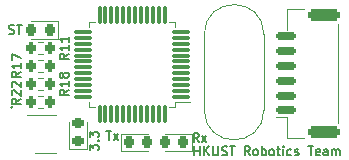
<source format=gto>
%TF.GenerationSoftware,KiCad,Pcbnew,(6.0.1)*%
%TF.CreationDate,2022-01-24T11:38:00+08:00*%
%TF.ProjectId,ST-Link_v2-1,53542d4c-696e-46b5-9f76-322d312e6b69,rev?*%
%TF.SameCoordinates,Original*%
%TF.FileFunction,Legend,Top*%
%TF.FilePolarity,Positive*%
%FSLAX46Y46*%
G04 Gerber Fmt 4.6, Leading zero omitted, Abs format (unit mm)*
G04 Created by KiCad (PCBNEW (6.0.1)) date 2022-01-24 11:38:00*
%MOMM*%
%LPD*%
G01*
G04 APERTURE LIST*
G04 Aperture macros list*
%AMRoundRect*
0 Rectangle with rounded corners*
0 $1 Rounding radius*
0 $2 $3 $4 $5 $6 $7 $8 $9 X,Y pos of 4 corners*
0 Add a 4 corners polygon primitive as box body*
4,1,4,$2,$3,$4,$5,$6,$7,$8,$9,$2,$3,0*
0 Add four circle primitives for the rounded corners*
1,1,$1+$1,$2,$3*
1,1,$1+$1,$4,$5*
1,1,$1+$1,$6,$7*
1,1,$1+$1,$8,$9*
0 Add four rect primitives between the rounded corners*
20,1,$1+$1,$2,$3,$4,$5,0*
20,1,$1+$1,$4,$5,$6,$7,0*
20,1,$1+$1,$6,$7,$8,$9,0*
20,1,$1+$1,$8,$9,$2,$3,0*%
G04 Aperture macros list end*
%ADD10C,0.127000*%
%ADD11C,0.100000*%
%ADD12RoundRect,0.218750X0.218750X0.256250X-0.218750X0.256250X-0.218750X-0.256250X0.218750X-0.256250X0*%
%ADD13RoundRect,0.075000X0.662500X0.075000X-0.662500X0.075000X-0.662500X-0.075000X0.662500X-0.075000X0*%
%ADD14RoundRect,0.075000X0.075000X0.662500X-0.075000X0.662500X-0.075000X-0.662500X0.075000X-0.662500X0*%
%ADD15RoundRect,0.218750X0.256250X-0.218750X0.256250X0.218750X-0.256250X0.218750X-0.256250X-0.218750X0*%
%ADD16RoundRect,0.150000X0.700000X-0.150000X0.700000X0.150000X-0.700000X0.150000X-0.700000X-0.150000X0*%
%ADD17RoundRect,0.250000X1.100000X-0.250000X1.100000X0.250000X-1.100000X0.250000X-1.100000X-0.250000X0*%
%ADD18RoundRect,0.218750X-0.218750X-0.256250X0.218750X-0.256250X0.218750X0.256250X-0.218750X0.256250X0*%
%ADD19RoundRect,0.200000X-0.200000X-0.275000X0.200000X-0.275000X0.200000X0.275000X-0.200000X0.275000X0*%
%ADD20RoundRect,0.200000X0.200000X0.275000X-0.200000X0.275000X-0.200000X-0.275000X0.200000X-0.275000X0*%
%ADD21C,1.500000*%
%ADD22R,1.850000X0.300000*%
%ADD23R,1.250000X0.300000*%
%ADD24R,1.850000X1.180000*%
%ADD25R,1.060000X0.650000*%
G04 APERTURE END LIST*
D10*
X158060571Y-114009714D02*
X158060571Y-113247714D01*
X158060571Y-113610571D02*
X158496000Y-113610571D01*
X158496000Y-114009714D02*
X158496000Y-113247714D01*
X158858857Y-114009714D02*
X158858857Y-113247714D01*
X159294285Y-114009714D02*
X158967714Y-113574285D01*
X159294285Y-113247714D02*
X158858857Y-113683142D01*
X159620857Y-113247714D02*
X159620857Y-113864571D01*
X159657142Y-113937142D01*
X159693428Y-113973428D01*
X159766000Y-114009714D01*
X159911142Y-114009714D01*
X159983714Y-113973428D01*
X160020000Y-113937142D01*
X160056285Y-113864571D01*
X160056285Y-113247714D01*
X160382857Y-113973428D02*
X160491714Y-114009714D01*
X160673142Y-114009714D01*
X160745714Y-113973428D01*
X160782000Y-113937142D01*
X160818285Y-113864571D01*
X160818285Y-113792000D01*
X160782000Y-113719428D01*
X160745714Y-113683142D01*
X160673142Y-113646857D01*
X160528000Y-113610571D01*
X160455428Y-113574285D01*
X160419142Y-113538000D01*
X160382857Y-113465428D01*
X160382857Y-113392857D01*
X160419142Y-113320285D01*
X160455428Y-113284000D01*
X160528000Y-113247714D01*
X160709428Y-113247714D01*
X160818285Y-113284000D01*
X161036000Y-113247714D02*
X161471428Y-113247714D01*
X161253714Y-114009714D02*
X161253714Y-113247714D01*
X162741428Y-114009714D02*
X162487428Y-113646857D01*
X162306000Y-114009714D02*
X162306000Y-113247714D01*
X162596285Y-113247714D01*
X162668857Y-113284000D01*
X162705142Y-113320285D01*
X162741428Y-113392857D01*
X162741428Y-113501714D01*
X162705142Y-113574285D01*
X162668857Y-113610571D01*
X162596285Y-113646857D01*
X162306000Y-113646857D01*
X163176857Y-114009714D02*
X163104285Y-113973428D01*
X163068000Y-113937142D01*
X163031714Y-113864571D01*
X163031714Y-113646857D01*
X163068000Y-113574285D01*
X163104285Y-113538000D01*
X163176857Y-113501714D01*
X163285714Y-113501714D01*
X163358285Y-113538000D01*
X163394571Y-113574285D01*
X163430857Y-113646857D01*
X163430857Y-113864571D01*
X163394571Y-113937142D01*
X163358285Y-113973428D01*
X163285714Y-114009714D01*
X163176857Y-114009714D01*
X163757428Y-114009714D02*
X163757428Y-113247714D01*
X163757428Y-113538000D02*
X163830000Y-113501714D01*
X163975142Y-113501714D01*
X164047714Y-113538000D01*
X164084000Y-113574285D01*
X164120285Y-113646857D01*
X164120285Y-113864571D01*
X164084000Y-113937142D01*
X164047714Y-113973428D01*
X163975142Y-114009714D01*
X163830000Y-114009714D01*
X163757428Y-113973428D01*
X164555714Y-114009714D02*
X164483142Y-113973428D01*
X164446857Y-113937142D01*
X164410571Y-113864571D01*
X164410571Y-113646857D01*
X164446857Y-113574285D01*
X164483142Y-113538000D01*
X164555714Y-113501714D01*
X164664571Y-113501714D01*
X164737142Y-113538000D01*
X164773428Y-113574285D01*
X164809714Y-113646857D01*
X164809714Y-113864571D01*
X164773428Y-113937142D01*
X164737142Y-113973428D01*
X164664571Y-114009714D01*
X164555714Y-114009714D01*
X165027428Y-113501714D02*
X165317714Y-113501714D01*
X165136285Y-113247714D02*
X165136285Y-113900857D01*
X165172571Y-113973428D01*
X165245142Y-114009714D01*
X165317714Y-114009714D01*
X165571714Y-114009714D02*
X165571714Y-113501714D01*
X165571714Y-113247714D02*
X165535428Y-113284000D01*
X165571714Y-113320285D01*
X165608000Y-113284000D01*
X165571714Y-113247714D01*
X165571714Y-113320285D01*
X166261142Y-113973428D02*
X166188571Y-114009714D01*
X166043428Y-114009714D01*
X165970857Y-113973428D01*
X165934571Y-113937142D01*
X165898285Y-113864571D01*
X165898285Y-113646857D01*
X165934571Y-113574285D01*
X165970857Y-113538000D01*
X166043428Y-113501714D01*
X166188571Y-113501714D01*
X166261142Y-113538000D01*
X166551428Y-113973428D02*
X166624000Y-114009714D01*
X166769142Y-114009714D01*
X166841714Y-113973428D01*
X166878000Y-113900857D01*
X166878000Y-113864571D01*
X166841714Y-113792000D01*
X166769142Y-113755714D01*
X166660285Y-113755714D01*
X166587714Y-113719428D01*
X166551428Y-113646857D01*
X166551428Y-113610571D01*
X166587714Y-113538000D01*
X166660285Y-113501714D01*
X166769142Y-113501714D01*
X166841714Y-113538000D01*
X167676285Y-113247714D02*
X168111714Y-113247714D01*
X167894000Y-114009714D02*
X167894000Y-113247714D01*
X168656000Y-113973428D02*
X168583428Y-114009714D01*
X168438285Y-114009714D01*
X168365714Y-113973428D01*
X168329428Y-113900857D01*
X168329428Y-113610571D01*
X168365714Y-113538000D01*
X168438285Y-113501714D01*
X168583428Y-113501714D01*
X168656000Y-113538000D01*
X168692285Y-113610571D01*
X168692285Y-113683142D01*
X168329428Y-113755714D01*
X169345428Y-114009714D02*
X169345428Y-113610571D01*
X169309142Y-113538000D01*
X169236571Y-113501714D01*
X169091428Y-113501714D01*
X169018857Y-113538000D01*
X169345428Y-113973428D02*
X169272857Y-114009714D01*
X169091428Y-114009714D01*
X169018857Y-113973428D01*
X168982571Y-113900857D01*
X168982571Y-113828285D01*
X169018857Y-113755714D01*
X169091428Y-113719428D01*
X169272857Y-113719428D01*
X169345428Y-113683142D01*
X169708285Y-114009714D02*
X169708285Y-113501714D01*
X169708285Y-113574285D02*
X169744571Y-113538000D01*
X169817142Y-113501714D01*
X169926000Y-113501714D01*
X169998571Y-113538000D01*
X170034857Y-113610571D01*
X170034857Y-114009714D01*
X170034857Y-113610571D02*
X170071142Y-113538000D01*
X170143714Y-113501714D01*
X170252571Y-113501714D01*
X170325142Y-113538000D01*
X170361428Y-113610571D01*
X170361428Y-114009714D01*
%TO.C,ST*%
X142367000Y-103686428D02*
X142475857Y-103722714D01*
X142657285Y-103722714D01*
X142729857Y-103686428D01*
X142766142Y-103650142D01*
X142802428Y-103577571D01*
X142802428Y-103505000D01*
X142766142Y-103432428D01*
X142729857Y-103396142D01*
X142657285Y-103359857D01*
X142512142Y-103323571D01*
X142439571Y-103287285D01*
X142403285Y-103251000D01*
X142367000Y-103178428D01*
X142367000Y-103105857D01*
X142403285Y-103033285D01*
X142439571Y-102997000D01*
X142512142Y-102960714D01*
X142693571Y-102960714D01*
X142802428Y-102997000D01*
X143020142Y-102960714D02*
X143455571Y-102960714D01*
X143237857Y-103722714D02*
X143237857Y-102960714D01*
%TO.C,Rx*%
X158423428Y-112866714D02*
X158169428Y-112503857D01*
X157988000Y-112866714D02*
X157988000Y-112104714D01*
X158278285Y-112104714D01*
X158350857Y-112141000D01*
X158387142Y-112177285D01*
X158423428Y-112249857D01*
X158423428Y-112358714D01*
X158387142Y-112431285D01*
X158350857Y-112467571D01*
X158278285Y-112503857D01*
X157988000Y-112503857D01*
X158677428Y-112866714D02*
X159076571Y-112358714D01*
X158677428Y-112358714D02*
X159076571Y-112866714D01*
%TO.C,3.3*%
X149188714Y-113574285D02*
X149188714Y-113102571D01*
X149479000Y-113356571D01*
X149479000Y-113247714D01*
X149515285Y-113175142D01*
X149551571Y-113138857D01*
X149624142Y-113102571D01*
X149805571Y-113102571D01*
X149878142Y-113138857D01*
X149914428Y-113175142D01*
X149950714Y-113247714D01*
X149950714Y-113465428D01*
X149914428Y-113538000D01*
X149878142Y-113574285D01*
X149878142Y-112776000D02*
X149914428Y-112739714D01*
X149950714Y-112776000D01*
X149914428Y-112812285D01*
X149878142Y-112776000D01*
X149950714Y-112776000D01*
X149188714Y-112485714D02*
X149188714Y-112014000D01*
X149479000Y-112268000D01*
X149479000Y-112159142D01*
X149515285Y-112086571D01*
X149551571Y-112050285D01*
X149624142Y-112014000D01*
X149805571Y-112014000D01*
X149878142Y-112050285D01*
X149914428Y-112086571D01*
X149950714Y-112159142D01*
X149950714Y-112376857D01*
X149914428Y-112449428D01*
X149878142Y-112485714D01*
%TO.C,Tx*%
X150603857Y-111977714D02*
X151039285Y-111977714D01*
X150821571Y-112739714D02*
X150821571Y-111977714D01*
X151220714Y-112739714D02*
X151619857Y-112231714D01*
X151220714Y-112231714D02*
X151619857Y-112739714D01*
%TO.C,R11*%
X147410714Y-105391857D02*
X147047857Y-105645857D01*
X147410714Y-105827285D02*
X146648714Y-105827285D01*
X146648714Y-105537000D01*
X146685000Y-105464428D01*
X146721285Y-105428142D01*
X146793857Y-105391857D01*
X146902714Y-105391857D01*
X146975285Y-105428142D01*
X147011571Y-105464428D01*
X147047857Y-105537000D01*
X147047857Y-105827285D01*
X147410714Y-104666142D02*
X147410714Y-105101571D01*
X147410714Y-104883857D02*
X146648714Y-104883857D01*
X146757571Y-104956428D01*
X146830142Y-105029000D01*
X146866428Y-105101571D01*
X147410714Y-103940428D02*
X147410714Y-104375857D01*
X147410714Y-104158142D02*
X146648714Y-104158142D01*
X146757571Y-104230714D01*
X146830142Y-104303285D01*
X146866428Y-104375857D01*
%TO.C,R17*%
X143346714Y-106915857D02*
X142983857Y-107169857D01*
X143346714Y-107351285D02*
X142584714Y-107351285D01*
X142584714Y-107061000D01*
X142621000Y-106988428D01*
X142657285Y-106952142D01*
X142729857Y-106915857D01*
X142838714Y-106915857D01*
X142911285Y-106952142D01*
X142947571Y-106988428D01*
X142983857Y-107061000D01*
X142983857Y-107351285D01*
X143346714Y-106190142D02*
X143346714Y-106625571D01*
X143346714Y-106407857D02*
X142584714Y-106407857D01*
X142693571Y-106480428D01*
X142766142Y-106553000D01*
X142802428Y-106625571D01*
X142584714Y-105936142D02*
X142584714Y-105428142D01*
X143346714Y-105754714D01*
%TO.C,R22*%
X143346714Y-109201857D02*
X142983857Y-109455857D01*
X143346714Y-109637285D02*
X142584714Y-109637285D01*
X142584714Y-109347000D01*
X142621000Y-109274428D01*
X142657285Y-109238142D01*
X142729857Y-109201857D01*
X142838714Y-109201857D01*
X142911285Y-109238142D01*
X142947571Y-109274428D01*
X142983857Y-109347000D01*
X142983857Y-109637285D01*
X142657285Y-108911571D02*
X142621000Y-108875285D01*
X142584714Y-108802714D01*
X142584714Y-108621285D01*
X142621000Y-108548714D01*
X142657285Y-108512428D01*
X142729857Y-108476142D01*
X142802428Y-108476142D01*
X142911285Y-108512428D01*
X143346714Y-108947857D01*
X143346714Y-108476142D01*
X142657285Y-108185857D02*
X142621000Y-108149571D01*
X142584714Y-108077000D01*
X142584714Y-107895571D01*
X142621000Y-107823000D01*
X142657285Y-107786714D01*
X142729857Y-107750428D01*
X142802428Y-107750428D01*
X142911285Y-107786714D01*
X143346714Y-108222142D01*
X143346714Y-107750428D01*
%TO.C,R18*%
X147410714Y-108439857D02*
X147047857Y-108693857D01*
X147410714Y-108875285D02*
X146648714Y-108875285D01*
X146648714Y-108585000D01*
X146685000Y-108512428D01*
X146721285Y-108476142D01*
X146793857Y-108439857D01*
X146902714Y-108439857D01*
X146975285Y-108476142D01*
X147011571Y-108512428D01*
X147047857Y-108585000D01*
X147047857Y-108875285D01*
X147410714Y-107714142D02*
X147410714Y-108149571D01*
X147410714Y-107931857D02*
X146648714Y-107931857D01*
X146757571Y-108004428D01*
X146830142Y-108077000D01*
X146866428Y-108149571D01*
X146975285Y-107278714D02*
X146939000Y-107351285D01*
X146902714Y-107387571D01*
X146830142Y-107423857D01*
X146793857Y-107423857D01*
X146721285Y-107387571D01*
X146685000Y-107351285D01*
X146648714Y-107278714D01*
X146648714Y-107133571D01*
X146685000Y-107061000D01*
X146721285Y-107024714D01*
X146793857Y-106988428D01*
X146830142Y-106988428D01*
X146902714Y-107024714D01*
X146939000Y-107061000D01*
X146975285Y-107133571D01*
X146975285Y-107278714D01*
X147011571Y-107351285D01*
X147047857Y-107387571D01*
X147120428Y-107423857D01*
X147265571Y-107423857D01*
X147338142Y-107387571D01*
X147374428Y-107351285D01*
X147410714Y-107278714D01*
X147410714Y-107133571D01*
X147374428Y-107061000D01*
X147338142Y-107024714D01*
X147265571Y-106988428D01*
X147120428Y-106988428D01*
X147047857Y-107024714D01*
X147011571Y-107061000D01*
X146975285Y-107133571D01*
D11*
%TO.C,ST*%
X146519000Y-102643000D02*
X144234000Y-102643000D01*
X146519000Y-104113000D02*
X146519000Y-102643000D01*
X144234000Y-104113000D02*
X146519000Y-104113000D01*
%TO.C,U1*%
X149171000Y-109909000D02*
X149171000Y-109459000D01*
X155941000Y-102689000D02*
X156391000Y-102689000D01*
X155941000Y-109909000D02*
X156391000Y-109909000D01*
X156391000Y-102689000D02*
X156391000Y-103139000D01*
X149621000Y-109909000D02*
X149171000Y-109909000D01*
X156391000Y-109459000D02*
X157681000Y-109459000D01*
X156391000Y-109909000D02*
X156391000Y-109459000D01*
X149621000Y-102689000D02*
X149171000Y-102689000D01*
X149171000Y-102689000D02*
X149171000Y-103139000D01*
%TO.C,Rx*%
X157822000Y-112168000D02*
X155537000Y-112168000D01*
X155537000Y-113638000D02*
X157822000Y-113638000D01*
X157822000Y-113638000D02*
X157822000Y-112168000D01*
%TO.C,3.3*%
X147474000Y-111214000D02*
X147474000Y-113499000D01*
X147474000Y-113499000D02*
X148944000Y-113499000D01*
X148944000Y-113499000D02*
X148944000Y-111214000D01*
%TO.C,J1*%
X170200000Y-111276000D02*
X170200000Y-102846000D01*
X165930000Y-101576000D02*
X165930000Y-103376000D01*
X165930000Y-110746000D02*
X164940000Y-110746000D01*
X167380000Y-112546000D02*
X165930000Y-112546000D01*
X167380000Y-101576000D02*
X165930000Y-101576000D01*
X165930000Y-112546000D02*
X165930000Y-110746000D01*
%TO.C,Tx*%
X154089000Y-112168000D02*
X151804000Y-112168000D01*
X151804000Y-113638000D02*
X154089000Y-113638000D01*
X151804000Y-112168000D02*
X151804000Y-113638000D01*
%TO.C,R11*%
X144796742Y-104379500D02*
X145271258Y-104379500D01*
X144796742Y-105424500D02*
X145271258Y-105424500D01*
%TO.C,R17*%
X145271258Y-106948500D02*
X144796742Y-106948500D01*
X145271258Y-105903500D02*
X144796742Y-105903500D01*
%TO.C,Y1*%
X158892000Y-103761000D02*
X158892000Y-110161000D01*
X163942000Y-103761000D02*
X163942000Y-110161000D01*
X163942000Y-103761000D02*
G75*
G03*
X158892000Y-103761000I-2525000J0D01*
G01*
X158892000Y-110161000D02*
G75*
G03*
X163942000Y-110161000I2525000J0D01*
G01*
%TO.C,R22*%
X144796742Y-108951500D02*
X145271258Y-108951500D01*
X144796742Y-109996500D02*
X145271258Y-109996500D01*
%TO.C,R18*%
X145271258Y-107427500D02*
X144796742Y-107427500D01*
X145271258Y-108472500D02*
X144796742Y-108472500D01*
%TO.C,P1*%
X142697000Y-109938000D02*
G75*
G03*
X142697000Y-109938000I-100000J0D01*
G01*
%TO.C,U2*%
X146339000Y-110566500D02*
X143889000Y-110566500D01*
X144539000Y-113786500D02*
X146339000Y-113786500D01*
%TD*%
%LPC*%
D12*
%TO.C,ST*%
X145821500Y-103378000D03*
X144246500Y-103378000D03*
%TD*%
D13*
%TO.C,U1*%
X156943500Y-109049000D03*
X156943500Y-108549000D03*
X156943500Y-108049000D03*
X156943500Y-107549000D03*
X156943500Y-107049000D03*
X156943500Y-106549000D03*
X156943500Y-106049000D03*
X156943500Y-105549000D03*
X156943500Y-105049000D03*
X156943500Y-104549000D03*
X156943500Y-104049000D03*
X156943500Y-103549000D03*
D14*
X155531000Y-102136500D03*
X155031000Y-102136500D03*
X154531000Y-102136500D03*
X154031000Y-102136500D03*
X153531000Y-102136500D03*
X153031000Y-102136500D03*
X152531000Y-102136500D03*
X152031000Y-102136500D03*
X151531000Y-102136500D03*
X151031000Y-102136500D03*
X150531000Y-102136500D03*
X150031000Y-102136500D03*
D13*
X148618500Y-103549000D03*
X148618500Y-104049000D03*
X148618500Y-104549000D03*
X148618500Y-105049000D03*
X148618500Y-105549000D03*
X148618500Y-106049000D03*
X148618500Y-106549000D03*
X148618500Y-107049000D03*
X148618500Y-107549000D03*
X148618500Y-108049000D03*
X148618500Y-108549000D03*
X148618500Y-109049000D03*
D14*
X150031000Y-110461500D03*
X150531000Y-110461500D03*
X151031000Y-110461500D03*
X151531000Y-110461500D03*
X152031000Y-110461500D03*
X152531000Y-110461500D03*
X153031000Y-110461500D03*
X153531000Y-110461500D03*
X154031000Y-110461500D03*
X154531000Y-110461500D03*
X155031000Y-110461500D03*
X155531000Y-110461500D03*
%TD*%
D12*
%TO.C,Rx*%
X157124500Y-112903000D03*
X155549500Y-112903000D03*
%TD*%
D15*
%TO.C,3.3*%
X148209000Y-112801500D03*
X148209000Y-111226500D03*
%TD*%
D16*
%TO.C,J1*%
X165790000Y-110186000D03*
X165790000Y-108936000D03*
X165790000Y-107686000D03*
X165790000Y-106436000D03*
X165790000Y-105186000D03*
X165790000Y-103936000D03*
D17*
X168990000Y-102086000D03*
X168990000Y-112036000D03*
%TD*%
D18*
%TO.C,Tx*%
X154076500Y-112903000D03*
X152501500Y-112903000D03*
%TD*%
D19*
%TO.C,R11*%
X144209000Y-104902000D03*
X145859000Y-104902000D03*
%TD*%
D20*
%TO.C,R17*%
X145859000Y-106426000D03*
X144209000Y-106426000D03*
%TD*%
D21*
%TO.C,Y1*%
X161417000Y-104521000D03*
X161417000Y-109401000D03*
%TD*%
D19*
%TO.C,R22*%
X144209000Y-109474000D03*
X145859000Y-109474000D03*
%TD*%
D20*
%TO.C,R18*%
X145859000Y-107950000D03*
X144209000Y-107950000D03*
%TD*%
D22*
%TO.C,P1*%
X141097000Y-109938000D03*
D23*
X141097000Y-109438000D03*
X141097000Y-108938000D03*
X141097000Y-108438000D03*
X141097000Y-107938000D03*
X141097000Y-107438000D03*
X141097000Y-106938000D03*
X141097000Y-106438000D03*
X141097000Y-105938000D03*
X141097000Y-105438000D03*
X141097000Y-104938000D03*
D22*
X141097000Y-104438000D03*
D24*
X141097000Y-110998000D03*
X141097000Y-103378000D03*
%TD*%
D25*
%TO.C,U2*%
X144339000Y-111226500D03*
X144339000Y-112176500D03*
X144339000Y-113126500D03*
X146539000Y-113126500D03*
X146539000Y-111226500D03*
%TD*%
M02*

</source>
